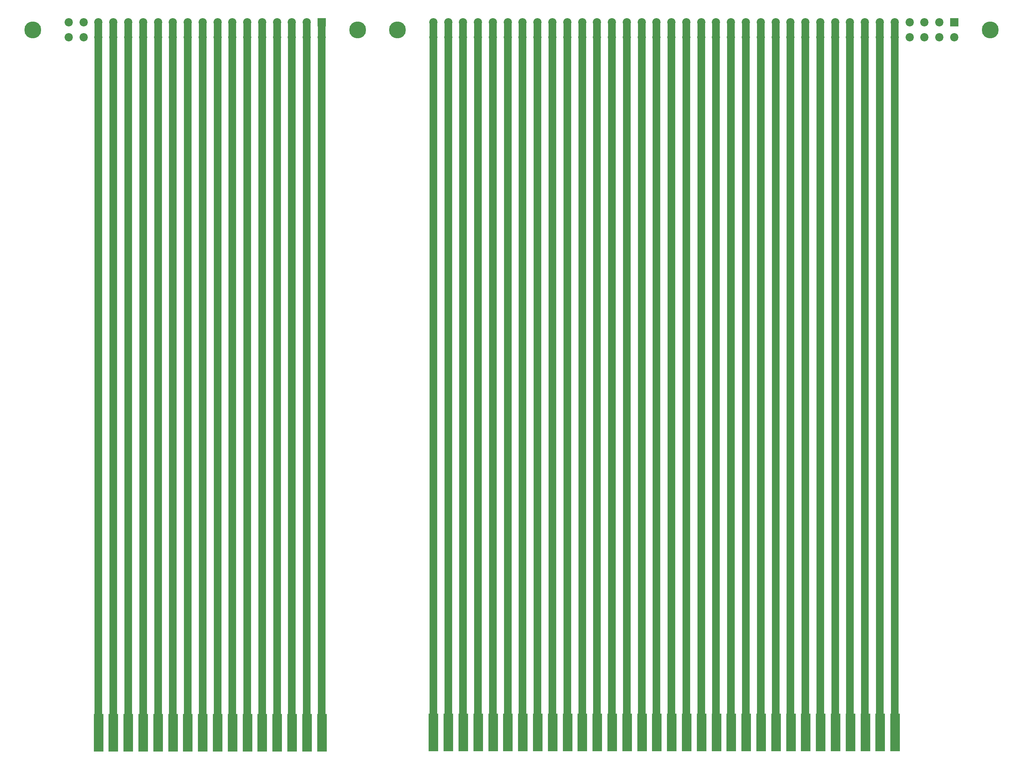
<source format=gbr>
%TF.GenerationSoftware,KiCad,Pcbnew,(6.0.4-0)*%
%TF.CreationDate,2024-05-14T14:00:00+10:00*%
%TF.ProjectId,EXTENDER CARDS,45585445-4e44-4455-9220-43415244532e,rev?*%
%TF.SameCoordinates,Original*%
%TF.FileFunction,Copper,L2,Bot*%
%TF.FilePolarity,Positive*%
%FSLAX46Y46*%
G04 Gerber Fmt 4.6, Leading zero omitted, Abs format (unit mm)*
G04 Created by KiCad (PCBNEW (6.0.4-0)) date 2024-05-14 14:00:00*
%MOMM*%
%LPD*%
G01*
G04 APERTURE LIST*
%TA.AperFunction,ConnectorPad*%
%ADD10R,2.540000X10.000000*%
%TD*%
%TA.AperFunction,ComponentPad*%
%ADD11C,2.200000*%
%TD*%
%TA.AperFunction,ComponentPad*%
%ADD12C,4.500000*%
%TD*%
%TA.AperFunction,ComponentPad*%
%ADD13R,2.200000X2.200000*%
%TD*%
%TA.AperFunction,Conductor*%
%ADD14C,2.000000*%
%TD*%
G04 APERTURE END LIST*
D10*
%TO.P,J3,16*%
%TO.N,Net-(J3-Pad16)*%
X85164000Y-212800000D03*
%TO.P,J3,15*%
%TO.N,Net-(J3-Pad15)*%
X89126400Y-212800000D03*
%TO.P,J3,14*%
%TO.N,Net-(J3-Pad14)*%
X93088800Y-212800000D03*
%TO.P,J3,13*%
%TO.N,Net-(J3-Pad13)*%
X97051200Y-212800000D03*
%TO.P,J3,12*%
%TO.N,Net-(J3-Pad12)*%
X101013600Y-212800000D03*
%TO.P,J3,11*%
%TO.N,Net-(J3-Pad11)*%
X104976000Y-212800000D03*
%TO.P,J3,10*%
%TO.N,Net-(J3-Pad10)*%
X108938400Y-212800000D03*
%TO.P,J3,9*%
%TO.N,Net-(J3-Pad9)*%
X112900800Y-212800000D03*
%TO.P,J3,8*%
%TO.N,Net-(J3-Pad8)*%
X116863200Y-212800000D03*
%TO.P,J3,7*%
%TO.N,Net-(J3-Pad7)*%
X120825600Y-212800000D03*
%TO.P,J3,6*%
%TO.N,Net-(J3-Pad6)*%
X124788000Y-212800000D03*
%TO.P,J3,5*%
%TO.N,Net-(J3-Pad5)*%
X128750400Y-212800000D03*
%TO.P,J3,4*%
%TO.N,Net-(J3-Pad4)*%
X132712800Y-212800000D03*
%TO.P,J3,3*%
%TO.N,Net-(J3-Pad3)*%
X136675200Y-212800000D03*
%TO.P,J3,2*%
%TO.N,Net-(J3-Pad2)*%
X140637600Y-212800000D03*
%TO.P,J3,1*%
%TO.N,Net-(J3-Pad1)*%
X144600000Y-212800000D03*
%TD*%
D11*
%TO.P,J2,A36*%
%TO.N,Net-(J1-Pad32)*%
X174250000Y-27780000D03*
%TO.P,J2,36*%
X174250000Y-23820000D03*
D12*
%TO.P,J2,H1*%
%TO.N,Net-(J2-PadH1)*%
X322400000Y-25800000D03*
%TO.P,J2,H2*%
%TO.N,Net-(J2-PadH2)*%
X164700000Y-25800000D03*
D13*
%TO.P,J2,1*%
%TO.N,Net-(J2-Pad1)*%
X312850000Y-23820000D03*
D11*
%TO.P,J2,2*%
%TO.N,Net-(J2-Pad2)*%
X308890000Y-23820000D03*
%TO.P,J2,3*%
%TO.N,Net-(J2-Pad3)*%
X304930000Y-23820000D03*
%TO.P,J2,4*%
%TO.N,Net-(J2-Pad4)*%
X300970000Y-23820000D03*
%TO.P,J2,5*%
%TO.N,Net-(J1-Pad1)*%
X297010000Y-23820000D03*
%TO.P,J2,6*%
%TO.N,Net-(J1-Pad2)*%
X293050000Y-23820000D03*
%TO.P,J2,7*%
%TO.N,Net-(J1-Pad3)*%
X289090000Y-23820000D03*
%TO.P,J2,8*%
%TO.N,Net-(J1-Pad4)*%
X285130000Y-23820000D03*
%TO.P,J2,9*%
%TO.N,Net-(J1-Pad5)*%
X281170000Y-23820000D03*
%TO.P,J2,10*%
%TO.N,Net-(J1-Pad6)*%
X277210000Y-23820000D03*
%TO.P,J2,11*%
%TO.N,Net-(J1-Pad7)*%
X273250000Y-23820000D03*
%TO.P,J2,12*%
%TO.N,Net-(J1-Pad8)*%
X269290000Y-23820000D03*
%TO.P,J2,13*%
%TO.N,Net-(J1-Pad9)*%
X265330000Y-23820000D03*
%TO.P,J2,14*%
%TO.N,Net-(J1-Pad10)*%
X261370000Y-23820000D03*
%TO.P,J2,15*%
%TO.N,Net-(J1-Pad11)*%
X257410000Y-23820000D03*
%TO.P,J2,16*%
%TO.N,Net-(J1-Pad12)*%
X253450000Y-23820000D03*
%TO.P,J2,17*%
%TO.N,Net-(J1-Pad13)*%
X249490000Y-23820000D03*
%TO.P,J2,18*%
%TO.N,Net-(J1-Pad14)*%
X245530000Y-23820000D03*
%TO.P,J2,19*%
%TO.N,Net-(J1-Pad15)*%
X241570000Y-23820000D03*
%TO.P,J2,20*%
%TO.N,Net-(J1-Pad16)*%
X237610000Y-23820000D03*
%TO.P,J2,21*%
%TO.N,Net-(J1-Pad17)*%
X233650000Y-23820000D03*
%TO.P,J2,22*%
%TO.N,Net-(J1-Pad18)*%
X229690000Y-23820000D03*
%TO.P,J2,23*%
%TO.N,Net-(J1-Pad19)*%
X225730000Y-23820000D03*
%TO.P,J2,24*%
%TO.N,Net-(J1-Pad20)*%
X221770000Y-23820000D03*
%TO.P,J2,25*%
%TO.N,Net-(J1-Pad21)*%
X217810000Y-23820000D03*
%TO.P,J2,26*%
%TO.N,Net-(J1-Pad22)*%
X213850000Y-23820000D03*
%TO.P,J2,27*%
%TO.N,Net-(J1-Pad23)*%
X209890000Y-23820000D03*
%TO.P,J2,28*%
%TO.N,Net-(J1-Pad24)*%
X205930000Y-23820000D03*
%TO.P,J2,29*%
%TO.N,Net-(J1-Pad25)*%
X201970000Y-23820000D03*
%TO.P,J2,30*%
%TO.N,Net-(J1-Pad26)*%
X198010000Y-23820000D03*
%TO.P,J2,31*%
%TO.N,Net-(J1-Pad27)*%
X194050000Y-23820000D03*
%TO.P,J2,32*%
%TO.N,Net-(J1-Pad28)*%
X190090000Y-23820000D03*
%TO.P,J2,33*%
%TO.N,Net-(J1-Pad29)*%
X186130000Y-23820000D03*
%TO.P,J2,34*%
%TO.N,Net-(J1-Pad30)*%
X182170000Y-23820000D03*
%TO.P,J2,35*%
%TO.N,Net-(J1-Pad31)*%
X178210000Y-23820000D03*
%TO.P,J2,A1*%
%TO.N,Net-(J2-PadA1)*%
X312850000Y-27780000D03*
%TO.P,J2,A2*%
%TO.N,Net-(J2-PadA2)*%
X308890000Y-27780000D03*
%TO.P,J2,A3*%
%TO.N,Net-(J2-PadA3)*%
X304930000Y-27780000D03*
%TO.P,J2,A4*%
%TO.N,Net-(J2-PadA4)*%
X300970000Y-27780000D03*
%TO.P,J2,A5*%
%TO.N,Net-(J1-Pad1)*%
X297010000Y-27780000D03*
%TO.P,J2,A6*%
%TO.N,Net-(J1-Pad2)*%
X293050000Y-27780000D03*
%TO.P,J2,A7*%
%TO.N,Net-(J1-Pad3)*%
X289090000Y-27780000D03*
%TO.P,J2,A8*%
%TO.N,Net-(J1-Pad4)*%
X285130000Y-27780000D03*
%TO.P,J2,A9*%
%TO.N,Net-(J1-Pad5)*%
X281170000Y-27780000D03*
%TO.P,J2,A10*%
%TO.N,Net-(J1-Pad6)*%
X277210000Y-27780000D03*
%TO.P,J2,A11*%
%TO.N,Net-(J1-Pad7)*%
X273250000Y-27780000D03*
%TO.P,J2,A12*%
%TO.N,Net-(J1-Pad8)*%
X269290000Y-27780000D03*
%TO.P,J2,A13*%
%TO.N,Net-(J1-Pad9)*%
X265330000Y-27780000D03*
%TO.P,J2,A14*%
%TO.N,Net-(J1-Pad10)*%
X261370000Y-27780000D03*
%TO.P,J2,A15*%
%TO.N,Net-(J1-Pad11)*%
X257410000Y-27780000D03*
%TO.P,J2,A16*%
%TO.N,Net-(J1-Pad12)*%
X253450000Y-27780000D03*
%TO.P,J2,A17*%
%TO.N,Net-(J1-Pad13)*%
X249490000Y-27780000D03*
%TO.P,J2,A18*%
%TO.N,Net-(J1-Pad14)*%
X245530000Y-27780000D03*
%TO.P,J2,A19*%
%TO.N,Net-(J1-Pad15)*%
X241570000Y-27780000D03*
%TO.P,J2,A20*%
%TO.N,Net-(J1-Pad16)*%
X237610000Y-27780000D03*
%TO.P,J2,A21*%
%TO.N,Net-(J1-Pad17)*%
X233650000Y-27780000D03*
%TO.P,J2,A22*%
%TO.N,Net-(J1-Pad18)*%
X229690000Y-27780000D03*
%TO.P,J2,A23*%
%TO.N,Net-(J1-Pad19)*%
X225730000Y-27780000D03*
%TO.P,J2,A24*%
%TO.N,Net-(J1-Pad20)*%
X221770000Y-27780000D03*
%TO.P,J2,A25*%
%TO.N,Net-(J1-Pad21)*%
X217810000Y-27780000D03*
%TO.P,J2,A26*%
%TO.N,Net-(J1-Pad22)*%
X213850000Y-27780000D03*
%TO.P,J2,A27*%
%TO.N,Net-(J1-Pad23)*%
X209890000Y-27780000D03*
%TO.P,J2,A28*%
%TO.N,Net-(J1-Pad24)*%
X205930000Y-27780000D03*
%TO.P,J2,A29*%
%TO.N,Net-(J1-Pad25)*%
X201970000Y-27780000D03*
%TO.P,J2,A30*%
%TO.N,Net-(J1-Pad26)*%
X198010000Y-27780000D03*
%TO.P,J2,A31*%
%TO.N,Net-(J1-Pad27)*%
X194050000Y-27780000D03*
%TO.P,J2,A32*%
%TO.N,Net-(J1-Pad28)*%
X190090000Y-27780000D03*
%TO.P,J2,A33*%
%TO.N,Net-(J1-Pad29)*%
X186130000Y-27780000D03*
%TO.P,J2,A34*%
%TO.N,Net-(J1-Pad30)*%
X182170000Y-27780000D03*
%TO.P,J2,A35*%
%TO.N,Net-(J1-Pad31)*%
X178210000Y-27780000D03*
%TD*%
D12*
%TO.P,J4,H1*%
%TO.N,Net-(J4-PadH1)*%
X154100000Y-25790000D03*
%TO.P,J4,H2*%
%TO.N,Net-(J4-PadH2)*%
X67680000Y-25790000D03*
D13*
%TO.P,J4,1*%
%TO.N,Net-(J3-Pad1)*%
X144550000Y-23810000D03*
D11*
%TO.P,J4,2*%
%TO.N,Net-(J3-Pad2)*%
X140590000Y-23810000D03*
%TO.P,J4,3*%
%TO.N,Net-(J3-Pad3)*%
X136630000Y-23810000D03*
%TO.P,J4,4*%
%TO.N,Net-(J3-Pad4)*%
X132670000Y-23810000D03*
%TO.P,J4,5*%
%TO.N,Net-(J3-Pad5)*%
X128710000Y-23810000D03*
%TO.P,J4,6*%
%TO.N,Net-(J3-Pad6)*%
X124750000Y-23810000D03*
%TO.P,J4,7*%
%TO.N,Net-(J3-Pad7)*%
X120790000Y-23810000D03*
%TO.P,J4,8*%
%TO.N,Net-(J3-Pad8)*%
X116830000Y-23810000D03*
%TO.P,J4,9*%
%TO.N,Net-(J3-Pad9)*%
X112870000Y-23810000D03*
%TO.P,J4,10*%
%TO.N,Net-(J3-Pad10)*%
X108910000Y-23810000D03*
%TO.P,J4,11*%
%TO.N,Net-(J3-Pad11)*%
X104950000Y-23810000D03*
%TO.P,J4,12*%
%TO.N,Net-(J3-Pad12)*%
X100990000Y-23810000D03*
%TO.P,J4,13*%
%TO.N,Net-(J3-Pad13)*%
X97030000Y-23810000D03*
%TO.P,J4,14*%
%TO.N,Net-(J3-Pad14)*%
X93070000Y-23810000D03*
%TO.P,J4,15*%
%TO.N,Net-(J3-Pad15)*%
X89110000Y-23810000D03*
%TO.P,J4,16*%
%TO.N,Net-(J3-Pad16)*%
X85150000Y-23810000D03*
%TO.P,J4,17*%
%TO.N,Net-(J4-Pad17)*%
X81190000Y-23810000D03*
%TO.P,J4,18*%
%TO.N,Net-(J4-Pad18)*%
X77230000Y-23810000D03*
%TO.P,J4,A*%
%TO.N,Net-(J3-Pad1)*%
X144550000Y-27770000D03*
%TO.P,J4,B*%
%TO.N,Net-(J3-Pad2)*%
X140590000Y-27770000D03*
%TO.P,J4,C*%
%TO.N,Net-(J3-Pad3)*%
X136630000Y-27770000D03*
%TO.P,J4,D*%
%TO.N,Net-(J3-Pad4)*%
X132670000Y-27770000D03*
%TO.P,J4,E*%
%TO.N,Net-(J3-Pad5)*%
X128710000Y-27770000D03*
%TO.P,J4,F*%
%TO.N,Net-(J3-Pad6)*%
X124750000Y-27770000D03*
%TO.P,J4,G*%
%TO.N,Net-(J3-Pad7)*%
X120790000Y-27770000D03*
%TO.P,J4,H*%
%TO.N,Net-(J3-Pad8)*%
X116830000Y-27770000D03*
%TO.P,J4,J*%
%TO.N,Net-(J3-Pad9)*%
X112870000Y-27770000D03*
%TO.P,J4,K*%
%TO.N,Net-(J3-Pad10)*%
X108910000Y-27770000D03*
%TO.P,J4,L*%
%TO.N,Net-(J3-Pad11)*%
X104950000Y-27770000D03*
%TO.P,J4,M*%
%TO.N,Net-(J3-Pad12)*%
X100990000Y-27770000D03*
%TO.P,J4,N*%
%TO.N,Net-(J3-Pad13)*%
X97030000Y-27770000D03*
%TO.P,J4,P*%
%TO.N,Net-(J3-Pad14)*%
X93070000Y-27770000D03*
%TO.P,J4,Q*%
%TO.N,Net-(J3-Pad15)*%
X89110000Y-27770000D03*
%TO.P,J4,R*%
%TO.N,Net-(J3-Pad16)*%
X85150000Y-27770000D03*
%TO.P,J4,S*%
%TO.N,Net-(J4-Pad17)*%
X81190000Y-27770000D03*
%TO.P,J4,T*%
%TO.N,Net-(J4-Pad18)*%
X77230000Y-27770000D03*
%TD*%
D10*
%TO.P,J1,31*%
%TO.N,Net-(J1-Pad31)*%
X178262400Y-212700000D03*
%TO.P,J1,32*%
%TO.N,Net-(J1-Pad32)*%
X174300000Y-212700000D03*
%TO.P,J1,20*%
%TO.N,Net-(J1-Pad20)*%
X221848800Y-212700000D03*
%TO.P,J1,21*%
%TO.N,Net-(J1-Pad21)*%
X217886400Y-212700000D03*
%TO.P,J1,22*%
%TO.N,Net-(J1-Pad22)*%
X213924000Y-212700000D03*
%TO.P,J1,23*%
%TO.N,Net-(J1-Pad23)*%
X209961600Y-212700000D03*
%TO.P,J1,24*%
%TO.N,Net-(J1-Pad24)*%
X205999200Y-212700000D03*
%TO.P,J1,25*%
%TO.N,Net-(J1-Pad25)*%
X202036800Y-212700000D03*
%TO.P,J1,26*%
%TO.N,Net-(J1-Pad26)*%
X198074400Y-212700000D03*
%TO.P,J1,27*%
%TO.N,Net-(J1-Pad27)*%
X194112000Y-212700000D03*
%TO.P,J1,28*%
%TO.N,Net-(J1-Pad28)*%
X190149600Y-212700000D03*
%TO.P,J1,29*%
%TO.N,Net-(J1-Pad29)*%
X186187200Y-212700000D03*
%TO.P,J1,30*%
%TO.N,Net-(J1-Pad30)*%
X182224800Y-212700000D03*
%TO.P,J1,19*%
%TO.N,Net-(J1-Pad19)*%
X225811200Y-212700000D03*
%TO.P,J1,18*%
%TO.N,Net-(J1-Pad18)*%
X229773600Y-212700000D03*
%TO.P,J1,17*%
%TO.N,Net-(J1-Pad17)*%
X233736000Y-212700000D03*
%TO.P,J1,16*%
%TO.N,Net-(J1-Pad16)*%
X237698400Y-212700000D03*
%TO.P,J1,15*%
%TO.N,Net-(J1-Pad15)*%
X241660800Y-212700000D03*
%TO.P,J1,14*%
%TO.N,Net-(J1-Pad14)*%
X245623200Y-212700000D03*
%TO.P,J1,13*%
%TO.N,Net-(J1-Pad13)*%
X249585600Y-212700000D03*
%TO.P,J1,12*%
%TO.N,Net-(J1-Pad12)*%
X253548000Y-212700000D03*
%TO.P,J1,11*%
%TO.N,Net-(J1-Pad11)*%
X257510400Y-212700000D03*
%TO.P,J1,10*%
%TO.N,Net-(J1-Pad10)*%
X261472800Y-212700000D03*
%TO.P,J1,9*%
%TO.N,Net-(J1-Pad9)*%
X265435200Y-212700000D03*
%TO.P,J1,8*%
%TO.N,Net-(J1-Pad8)*%
X269397600Y-212700000D03*
%TO.P,J1,7*%
%TO.N,Net-(J1-Pad7)*%
X273360000Y-212700000D03*
%TO.P,J1,6*%
%TO.N,Net-(J1-Pad6)*%
X277322400Y-212700000D03*
%TO.P,J1,5*%
%TO.N,Net-(J1-Pad5)*%
X281284800Y-212700000D03*
%TO.P,J1,4*%
%TO.N,Net-(J1-Pad4)*%
X285247200Y-212700000D03*
%TO.P,J1,3*%
%TO.N,Net-(J1-Pad3)*%
X289209600Y-212700000D03*
%TO.P,J1,2*%
%TO.N,Net-(J1-Pad2)*%
X293172000Y-212700000D03*
%TO.P,J1,1*%
%TO.N,Net-(J1-Pad1)*%
X297134400Y-212700000D03*
%TD*%
D14*
%TO.N,Net-(J3-Pad1)*%
X144550000Y-23810000D02*
X144550000Y-212789200D01*
X144550000Y-212789200D02*
X144560800Y-212800000D01*
%TO.N,Net-(J3-Pad2)*%
X140590000Y-23810000D02*
X140590000Y-212791600D01*
X140590000Y-212791600D02*
X140598400Y-212800000D01*
%TO.N,Net-(J3-Pad3)*%
X136630000Y-23810000D02*
X136630000Y-212794000D01*
X136630000Y-212794000D02*
X136636000Y-212800000D01*
%TO.N,Net-(J3-Pad4)*%
X132670000Y-23810000D02*
X132670000Y-212796400D01*
X132670000Y-212796400D02*
X132673600Y-212800000D01*
%TO.N,Net-(J3-Pad5)*%
X128710000Y-23810000D02*
X128710000Y-212798800D01*
X128710000Y-212798800D02*
X128711200Y-212800000D01*
%TO.N,Net-(J3-Pad6)*%
X124750000Y-23810000D02*
X124750000Y-212798800D01*
X124750000Y-212798800D02*
X124748800Y-212800000D01*
%TO.N,Net-(J3-Pad7)*%
X120790000Y-23810000D02*
X120790000Y-212796400D01*
X120790000Y-212796400D02*
X120786400Y-212800000D01*
%TO.N,Net-(J3-Pad8)*%
X116830000Y-23810000D02*
X116830000Y-212794000D01*
X116830000Y-212794000D02*
X116824000Y-212800000D01*
%TO.N,Net-(J3-Pad9)*%
X112870000Y-23810000D02*
X112870000Y-212791600D01*
X112870000Y-212791600D02*
X112861600Y-212800000D01*
%TO.N,Net-(J3-Pad10)*%
X108910000Y-23810000D02*
X108910000Y-212789200D01*
X108910000Y-212789200D02*
X108899200Y-212800000D01*
%TO.N,Net-(J3-Pad11)*%
X104950000Y-23810000D02*
X104950000Y-212786800D01*
X104950000Y-212786800D02*
X104936800Y-212800000D01*
%TO.N,Net-(J3-Pad12)*%
X100990000Y-23810000D02*
X100990000Y-212784400D01*
X100990000Y-212784400D02*
X100974400Y-212800000D01*
%TO.N,Net-(J3-Pad13)*%
X97012000Y-212800000D02*
X97012000Y-23828000D01*
X97012000Y-23828000D02*
X97030000Y-23810000D01*
X97030000Y-23810000D02*
X97030000Y-43810000D01*
%TO.N,Net-(J3-Pad14)*%
X93070000Y-23810000D02*
X93070000Y-211870000D01*
%TO.N,Net-(J3-Pad15)*%
X89087200Y-212800000D02*
X89087200Y-23832800D01*
X89087200Y-23832800D02*
X89110000Y-23810000D01*
X89110000Y-23810000D02*
X89110000Y-43810000D01*
%TO.N,Net-(J3-Pad16)*%
X85150000Y-23810000D02*
X85150000Y-212774800D01*
X85150000Y-212774800D02*
X85124800Y-212800000D01*
%TO.N,Net-(J1-Pad32)*%
X174300000Y-212700000D02*
X174300000Y-23870000D01*
X174300000Y-23870000D02*
X174250000Y-23820000D01*
X174250000Y-23820000D02*
X174250000Y-43820000D01*
%TO.N,Net-(J1-Pad31)*%
X178210000Y-23820000D02*
X178210000Y-212647600D01*
X178210000Y-212647600D02*
X178262400Y-212700000D01*
%TO.N,Net-(J1-Pad30)*%
X182170000Y-23820000D02*
X182170000Y-212645200D01*
X182170000Y-212645200D02*
X182224800Y-212700000D01*
%TO.N,Net-(J1-Pad29)*%
X186130000Y-23820000D02*
X186130000Y-212642800D01*
X186130000Y-212642800D02*
X186187200Y-212700000D01*
%TO.N,Net-(J1-Pad28)*%
X190090000Y-23820000D02*
X190090000Y-212640400D01*
X190090000Y-212640400D02*
X190149600Y-212700000D01*
%TO.N,Net-(J1-Pad27)*%
X194050000Y-23820000D02*
X194050000Y-212638000D01*
X194050000Y-212638000D02*
X194112000Y-212700000D01*
%TO.N,Net-(J1-Pad26)*%
X198010000Y-23820000D02*
X198010000Y-212635600D01*
X198010000Y-212635600D02*
X198074400Y-212700000D01*
%TO.N,Net-(J1-Pad25)*%
X201970000Y-23820000D02*
X201970000Y-212633200D01*
X201970000Y-212633200D02*
X202036800Y-212700000D01*
%TO.N,Net-(J1-Pad24)*%
X205930000Y-23820000D02*
X205930000Y-212630800D01*
X205930000Y-212630800D02*
X205999200Y-212700000D01*
%TO.N,Net-(J1-Pad23)*%
X209890000Y-23820000D02*
X209890000Y-212628400D01*
X209890000Y-212628400D02*
X209961600Y-212700000D01*
%TO.N,Net-(J1-Pad22)*%
X213850000Y-23820000D02*
X213850000Y-212626000D01*
X213850000Y-212626000D02*
X213924000Y-212700000D01*
%TO.N,Net-(J1-Pad21)*%
X217810000Y-23820000D02*
X217810000Y-212623600D01*
X217810000Y-212623600D02*
X217886400Y-212700000D01*
%TO.N,Net-(J1-Pad20)*%
X221770000Y-23820000D02*
X221770000Y-212621200D01*
X221770000Y-212621200D02*
X221848800Y-212700000D01*
%TO.N,Net-(J1-Pad19)*%
X225730000Y-23820000D02*
X225730000Y-212618800D01*
X225730000Y-212618800D02*
X225811200Y-212700000D01*
%TO.N,Net-(J1-Pad18)*%
X229690000Y-23820000D02*
X229690000Y-212616400D01*
X229690000Y-212616400D02*
X229773600Y-212700000D01*
%TO.N,Net-(J1-Pad17)*%
X233650000Y-23820000D02*
X233650000Y-212614000D01*
X233650000Y-212614000D02*
X233736000Y-212700000D01*
%TO.N,Net-(J1-Pad16)*%
X237610000Y-23820000D02*
X237610000Y-212611600D01*
X237610000Y-212611600D02*
X237698400Y-212700000D01*
%TO.N,Net-(J1-Pad15)*%
X241570000Y-23820000D02*
X241570000Y-212609200D01*
X241570000Y-212609200D02*
X241660800Y-212700000D01*
%TO.N,Net-(J1-Pad14)*%
X245530000Y-23820000D02*
X245530000Y-212606800D01*
X245530000Y-212606800D02*
X245623200Y-212700000D01*
%TO.N,Net-(J1-Pad13)*%
X249490000Y-23820000D02*
X249490000Y-212604400D01*
X249490000Y-212604400D02*
X249585600Y-212700000D01*
%TO.N,Net-(J1-Pad12)*%
X253450000Y-23820000D02*
X253450000Y-212602000D01*
X253450000Y-212602000D02*
X253548000Y-212700000D01*
%TO.N,Net-(J1-Pad11)*%
X257410000Y-23820000D02*
X257410000Y-212599600D01*
X257410000Y-212599600D02*
X257510400Y-212700000D01*
%TO.N,Net-(J1-Pad10)*%
X261370000Y-23820000D02*
X261370000Y-212597200D01*
X261370000Y-212597200D02*
X261472800Y-212700000D01*
%TO.N,Net-(J1-Pad9)*%
X265330000Y-23820000D02*
X265330000Y-212594800D01*
X265330000Y-212594800D02*
X265435200Y-212700000D01*
%TO.N,Net-(J1-Pad8)*%
X269290000Y-23820000D02*
X269290000Y-212592400D01*
X269290000Y-212592400D02*
X269397600Y-212700000D01*
%TO.N,Net-(J1-Pad7)*%
X273250000Y-23820000D02*
X273250000Y-212590000D01*
X273250000Y-212590000D02*
X273360000Y-212700000D01*
%TO.N,Net-(J1-Pad6)*%
X277210000Y-23820000D02*
X277210000Y-212587600D01*
X277210000Y-212587600D02*
X277322400Y-212700000D01*
%TO.N,Net-(J1-Pad5)*%
X281170000Y-23820000D02*
X281170000Y-212585200D01*
X281170000Y-212585200D02*
X281284800Y-212700000D01*
%TO.N,Net-(J1-Pad4)*%
X285130000Y-23820000D02*
X285130000Y-212582800D01*
X285130000Y-212582800D02*
X285247200Y-212700000D01*
%TO.N,Net-(J1-Pad3)*%
X289090000Y-23820000D02*
X289090000Y-212580400D01*
X289090000Y-212580400D02*
X289209600Y-212700000D01*
%TO.N,Net-(J1-Pad2)*%
X293050000Y-23820000D02*
X293050000Y-212578000D01*
X293050000Y-212578000D02*
X293172000Y-212700000D01*
%TO.N,Net-(J1-Pad1)*%
X297010000Y-23820000D02*
X297010000Y-212575600D01*
X297010000Y-212575600D02*
X297134400Y-212700000D01*
%TD*%
M02*

</source>
